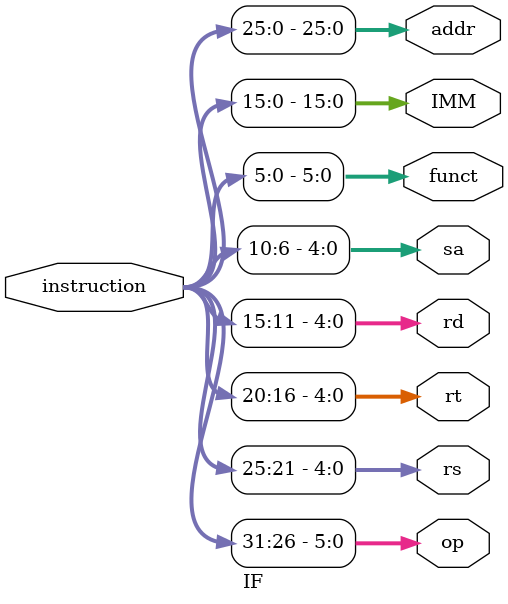
<source format=v>
module IF(
        input [31:0] instruction,
        output reg[5:0] op,
        output reg[4:0] rs,
        output reg[4:0] rt,
        output reg[4:0] rd,
        output reg[4:0] sa,
        output reg[5:0] funct, // for R-type instruction
        output reg[15:0] IMM, // for I-type instruction
        output reg[25:0] addr // for J-type instruction 
    );

    initial begin
        op = 5'b00000;
        rs = 5'b00000;
        rt = 5'b00000;
        rd = 5'b00000;
    end

    always@(instruction) 
    begin
        op = instruction[31:26];
        rs = instruction[25:21];
        rt = instruction[20:16];
        rd = instruction[15:11];
        sa = instruction[10:6];
	funct = instruction[5:0];// for R-type instruction
        IMM = instruction[15:0]; // for I-type instruction
        addr = instruction[25:0]; // for J-type instruction
    end
endmodule

</source>
